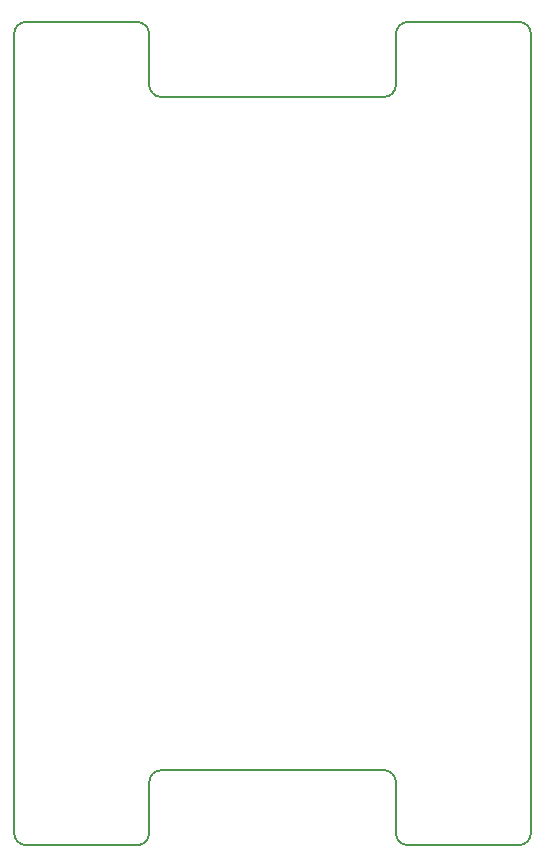
<source format=gm1>
G04 #@! TF.GenerationSoftware,KiCad,Pcbnew,(5.0.0)*
G04 #@! TF.CreationDate,2018-12-02T22:24:04-05:00*
G04 #@! TF.ProjectId,structural_test,7374727563747572616C5F746573742E,rev?*
G04 #@! TF.SameCoordinates,Original*
G04 #@! TF.FileFunction,Profile,NP*
%FSLAX46Y46*%
G04 Gerber Fmt 4.6, Leading zero omitted, Abs format (unit mm)*
G04 Created by KiCad (PCBNEW (5.0.0)) date 12/02/18 22:24:04*
%MOMM*%
%LPD*%
G01*
G04 APERTURE LIST*
%ADD10C,0.200000*%
G04 APERTURE END LIST*
D10*
X96729000Y-82675000D02*
X77871000Y-82675000D01*
X97745000Y-81659000D02*
G75*
G02X96729000Y-82675000I-1016000J0D01*
G01*
X109175000Y-145009000D02*
X109175000Y-77341000D01*
X76855000Y-140691000D02*
X76855000Y-145009000D01*
X96729000Y-139675000D02*
G75*
G02X97745000Y-140691000I0J-1016000D01*
G01*
X76855000Y-145009000D02*
G75*
G02X75839000Y-146025000I-1016000J0D01*
G01*
X108159000Y-76325000D02*
X98761000Y-76325000D01*
X65425000Y-77341000D02*
G75*
G02X66441000Y-76325000I1016000J0D01*
G01*
X65425000Y-77341000D02*
X65425000Y-145009000D01*
X66441000Y-146025000D02*
G75*
G02X65425000Y-145009000I0J1016000D01*
G01*
X75839000Y-146025000D02*
X66441000Y-146025000D01*
X76855000Y-140691000D02*
G75*
G02X77871000Y-139675000I1016000J0D01*
G01*
X96729000Y-139675000D02*
X77871000Y-139675000D01*
X97745000Y-140691000D02*
X97745000Y-145009000D01*
X75839000Y-76325000D02*
X66441000Y-76325000D01*
X108159000Y-76325000D02*
G75*
G02X109175000Y-77341000I0J-1016000D01*
G01*
X97745000Y-81659000D02*
X97745000Y-77341000D01*
X76855000Y-81659000D02*
X76855000Y-77341000D01*
X109175000Y-145009000D02*
G75*
G02X108159000Y-146025000I-1016000J0D01*
G01*
X77871000Y-82675000D02*
G75*
G02X76855000Y-81659000I0J1016000D01*
G01*
X97745000Y-77341000D02*
G75*
G02X98761000Y-76325000I1016000J0D01*
G01*
X108159000Y-146025000D02*
X98761000Y-146025000D01*
X98761000Y-146025000D02*
G75*
G02X97745000Y-145009000I0J1016000D01*
G01*
X75839000Y-76325000D02*
G75*
G02X76855000Y-77341000I0J-1016000D01*
G01*
M02*

</source>
